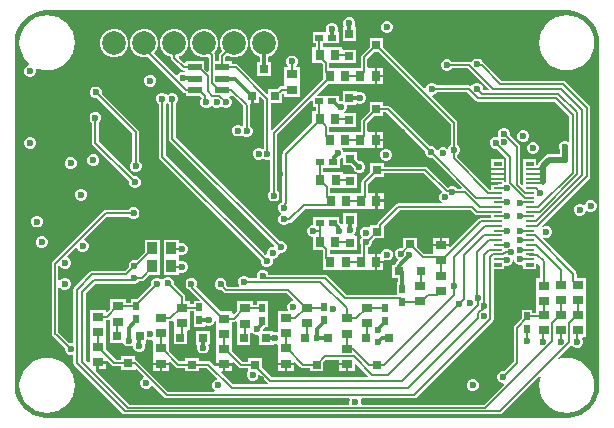
<source format=gbl>
G04*
G04 #@! TF.GenerationSoftware,Altium Limited,Altium Designer,24.6.1 (21)*
G04*
G04 Layer_Physical_Order=4*
G04 Layer_Color=16711680*
%FSLAX44Y44*%
%MOMM*%
G71*
G04*
G04 #@! TF.SameCoordinates,378F9F08-6654-43F8-BCBF-B2BEE8DC63DC*
G04*
G04*
G04 #@! TF.FilePolarity,Positive*
G04*
G01*
G75*
%ADD12C,0.2000*%
%ADD14C,0.1500*%
%ADD17R,0.9500X0.8000*%
%ADD22R,0.9000X1.0500*%
%ADD25R,0.5000X0.7000*%
%ADD26R,0.8000X0.9500*%
%ADD52C,0.5000*%
%ADD53C,0.3000*%
%ADD54C,2.0000*%
%ADD55C,0.6000*%
%ADD56R,1.2000X0.6000*%
%ADD57R,0.7620X0.7620*%
%ADD58R,0.7000X0.5000*%
%ADD59R,0.6600X0.3200*%
%ADD60R,0.6600X0.2000*%
%ADD61R,0.7620X0.7620*%
G36*
X470000Y347451D02*
X471799D01*
X475367Y346981D01*
X478843Y346050D01*
X482167Y344673D01*
X485284Y342874D01*
X488139Y340683D01*
X490683Y338139D01*
X492874Y335284D01*
X494673Y332168D01*
X496050Y328843D01*
X496982Y325367D01*
X497451Y321799D01*
X497451Y320000D01*
X497451Y30000D01*
Y28201D01*
X496981Y24633D01*
X496050Y21157D01*
X494673Y17833D01*
X492874Y14716D01*
X490683Y11861D01*
X488139Y9317D01*
X485284Y7126D01*
X482168Y5327D01*
X478843Y3950D01*
X475367Y3019D01*
X471799Y2549D01*
X470000Y2549D01*
X30000Y2549D01*
X28201D01*
X24633Y3018D01*
X21157Y3950D01*
X17833Y5327D01*
X14716Y7126D01*
X11861Y9317D01*
X9317Y11861D01*
X7126Y14716D01*
X5327Y17832D01*
X3950Y21157D01*
X3019Y24633D01*
X2549Y28201D01*
X2549Y30000D01*
Y320000D01*
Y321799D01*
X3018Y325367D01*
X3950Y328843D01*
X5327Y332167D01*
X7126Y335284D01*
X9317Y338139D01*
X11861Y340683D01*
X14716Y342874D01*
X17832Y344673D01*
X21157Y346050D01*
X24633Y346981D01*
X28201Y347451D01*
X30000Y347451D01*
X470000Y347451D01*
D02*
G37*
%LPC*%
G36*
X318745Y338250D02*
X316755D01*
X314918Y337489D01*
X313511Y336082D01*
X312750Y334245D01*
Y332255D01*
X313511Y330418D01*
X314918Y329011D01*
X316755Y328250D01*
X318745D01*
X320582Y329011D01*
X321989Y330418D01*
X322750Y332255D01*
Y334245D01*
X321989Y336082D01*
X320582Y337489D01*
X318745Y338250D01*
D02*
G37*
G36*
X286995Y341500D02*
X285005D01*
X283168Y340739D01*
X281761Y339332D01*
X281000Y337495D01*
Y335505D01*
X281371Y334610D01*
X280536Y333360D01*
X280190D01*
Y321740D01*
X291810D01*
Y333360D01*
X291464D01*
X290629Y334610D01*
X291000Y335505D01*
Y337495D01*
X290239Y339332D01*
X288832Y340739D01*
X286995Y341500D01*
D02*
G37*
G36*
X272245Y337000D02*
X270255D01*
X268418Y336239D01*
X267011Y334832D01*
X266250Y332995D01*
Y331005D01*
X266563Y330250D01*
X265728Y329000D01*
X255000D01*
Y320000D01*
X257696D01*
Y316250D01*
X254750D01*
Y302750D01*
X262785D01*
X263446Y302089D01*
Y295250D01*
X263500Y294979D01*
Y289215D01*
X220553Y246268D01*
X219303Y246786D01*
Y268940D01*
X228810D01*
Y276234D01*
X229750Y277174D01*
X231000Y276797D01*
Y274500D01*
X244500D01*
Y286250D01*
X244500Y286500D01*
Y287500D01*
X244500Y287750D01*
Y299500D01*
X241589D01*
X241071Y300750D01*
X241739Y301418D01*
X242500Y303255D01*
Y305245D01*
X241739Y307082D01*
X240332Y308489D01*
X238495Y309250D01*
X236505D01*
X234668Y308489D01*
X233261Y307082D01*
X232500Y305245D01*
Y303255D01*
X233261Y301418D01*
X233929Y300750D01*
X233411Y299500D01*
X231000D01*
Y287750D01*
X231000Y287500D01*
Y286500D01*
X231000Y286250D01*
Y283559D01*
X228750D01*
X228750Y283559D01*
X227579Y283326D01*
X226587Y282663D01*
X224484Y280560D01*
X217190D01*
Y277598D01*
X216035Y277120D01*
X191922Y301233D01*
X191012Y301840D01*
X189939Y302054D01*
X186250D01*
Y304250D01*
X181054D01*
Y308125D01*
X182310Y309381D01*
X183718Y308568D01*
X186770Y307750D01*
X189930D01*
X192982Y308568D01*
X195718Y310148D01*
X197952Y312382D01*
X199532Y315118D01*
X200350Y318170D01*
Y321330D01*
X199532Y324382D01*
X197952Y327118D01*
X195718Y329352D01*
X192982Y330932D01*
X189930Y331750D01*
X186770D01*
X183718Y330932D01*
X180982Y329352D01*
X178748Y327118D01*
X177168Y324382D01*
X176350Y321330D01*
Y318170D01*
X177168Y315118D01*
X178247Y313249D01*
X176267Y311269D01*
X175660Y310359D01*
X175446Y309286D01*
Y304250D01*
X172510D01*
Y309713D01*
X172297Y310786D01*
X171760Y311589D01*
X172552Y312382D01*
X174132Y315118D01*
X174950Y318170D01*
Y321330D01*
X174132Y324382D01*
X172552Y327118D01*
X170318Y329352D01*
X167582Y330932D01*
X164530Y331750D01*
X161370D01*
X158318Y330932D01*
X155582Y329352D01*
X153348Y327118D01*
X151768Y324382D01*
X150950Y321330D01*
Y318170D01*
X151768Y315118D01*
X153348Y312382D01*
X155582Y310148D01*
X158318Y308568D01*
X161370Y307750D01*
X164530D01*
X165911Y308120D01*
X166903Y307359D01*
Y296196D01*
X165748Y295718D01*
X163250Y298215D01*
Y304250D01*
X147250D01*
Y303483D01*
X146000Y302965D01*
X141658Y307307D01*
X141982Y308514D01*
X142182Y308568D01*
X144918Y310148D01*
X147152Y312382D01*
X148732Y315118D01*
X149550Y318170D01*
Y321330D01*
X148732Y324382D01*
X147152Y327118D01*
X144918Y329352D01*
X142182Y330932D01*
X139130Y331750D01*
X135970D01*
X132918Y330932D01*
X130182Y329352D01*
X127948Y327118D01*
X126368Y324382D01*
X125550Y321330D01*
Y318170D01*
X126368Y315118D01*
X127948Y312382D01*
X130182Y310148D01*
X132918Y308568D01*
X134746Y308078D01*
Y307450D01*
X134960Y306377D01*
X135567Y305467D01*
X143767Y297267D01*
X144677Y296660D01*
X145750Y296446D01*
X146414D01*
X146543Y296022D01*
X146174Y295550D01*
X145546Y295000D01*
X143756D01*
X141918Y294239D01*
X140511Y292832D01*
X140444Y292670D01*
X139218Y292426D01*
X120507Y311137D01*
X121752Y312382D01*
X123332Y315118D01*
X124150Y318170D01*
Y321330D01*
X123332Y324382D01*
X121752Y327118D01*
X119518Y329352D01*
X116782Y330932D01*
X113730Y331750D01*
X110570D01*
X107518Y330932D01*
X104782Y329352D01*
X102548Y327118D01*
X100968Y324382D01*
X100150Y321330D01*
Y318170D01*
X100968Y315118D01*
X102548Y312382D01*
X104782Y310148D01*
X107518Y308568D01*
X110570Y307750D01*
X113730D01*
X115492Y308222D01*
X145446Y278267D01*
X146356Y277660D01*
X147250Y277482D01*
Y275250D01*
X159285D01*
X161085Y273450D01*
Y273156D01*
X160511Y272582D01*
X159750Y270745D01*
Y268755D01*
X160511Y266918D01*
X161918Y265511D01*
X163755Y264750D01*
X165745D01*
X167582Y265511D01*
X168683Y266612D01*
X168996Y266916D01*
X170245Y266684D01*
X170918Y266011D01*
X172755Y265250D01*
X174745D01*
X176582Y266011D01*
X177375Y266804D01*
X178668Y265511D01*
X180505Y264750D01*
X182495D01*
X184332Y265511D01*
X185739Y266918D01*
X186500Y268755D01*
Y270745D01*
X185739Y272582D01*
X184332Y273989D01*
X184305Y274000D01*
X184554Y275250D01*
X186250D01*
Y275250D01*
X187070Y275590D01*
X196192Y266468D01*
Y250147D01*
X195028Y249543D01*
X194582Y249989D01*
X192745Y250750D01*
X190755D01*
X188918Y249989D01*
X187511Y248582D01*
X186750Y246745D01*
Y244755D01*
X187511Y242918D01*
X188918Y241511D01*
X190755Y240750D01*
X192745D01*
X194582Y241511D01*
X195248Y242177D01*
X196163Y241261D01*
X198001Y240500D01*
X199990D01*
X201828Y241261D01*
X203235Y242668D01*
X203996Y244505D01*
Y246495D01*
X203235Y248332D01*
X201828Y249739D01*
X201800Y249751D01*
Y267629D01*
X201787Y267690D01*
X202813Y268940D01*
X202950D01*
Y274750D01*
X204950D01*
Y268940D01*
X209760D01*
Y273831D01*
X210915Y274309D01*
X213695Y271529D01*
Y230644D01*
X212621Y229950D01*
X212082Y230489D01*
X210245Y231250D01*
X208255D01*
X206418Y230489D01*
X205011Y229082D01*
X204250Y227245D01*
Y225255D01*
X205011Y223418D01*
X206418Y222011D01*
X208255Y221250D01*
X210245D01*
X212082Y222011D01*
X212812Y222741D01*
X213667Y221886D01*
X215504Y221125D01*
X217493D01*
X217907Y221296D01*
X218946Y220602D01*
Y195001D01*
X218918Y194989D01*
X217511Y193582D01*
X216750Y191745D01*
Y189755D01*
X217511Y187918D01*
X218918Y186511D01*
X220755Y185750D01*
X222745D01*
X224582Y186511D01*
X225989Y187918D01*
X226750Y189755D01*
Y191745D01*
X225989Y193582D01*
X224582Y194989D01*
X224554Y195001D01*
Y242339D01*
X253845Y271630D01*
X255000Y271152D01*
Y266000D01*
X257696D01*
Y262250D01*
X254750D01*
Y252715D01*
X230017Y227983D01*
X229410Y227073D01*
X229196Y226000D01*
Y185578D01*
X229006Y185293D01*
X227668Y184739D01*
X226261Y183332D01*
X225500Y181495D01*
Y179505D01*
X226261Y177668D01*
X227668Y176261D01*
X227872Y176176D01*
Y174823D01*
X227668Y174739D01*
X226261Y173332D01*
X225500Y171495D01*
Y169505D01*
X226261Y167668D01*
X227668Y166261D01*
X229505Y165500D01*
X231495D01*
X233332Y166261D01*
X234739Y167668D01*
X234751Y167696D01*
X235250D01*
X236323Y167910D01*
X237233Y168517D01*
X248386Y179671D01*
X266890D01*
X267161Y179725D01*
X276140D01*
Y179725D01*
X277140D01*
Y179725D01*
X289140D01*
Y179725D01*
X289890D01*
Y179725D01*
X301640D01*
X301890Y179725D01*
X302890D01*
X303140Y179725D01*
X307890D01*
Y186475D01*
Y193225D01*
X303140D01*
X302890Y193225D01*
X301694Y193355D01*
Y200729D01*
X307655Y206690D01*
X315310D01*
Y209696D01*
X348839D01*
X364522Y194013D01*
X364418Y193489D01*
X363011Y192082D01*
X362250Y190245D01*
Y188255D01*
X363011Y186418D01*
X364125Y185304D01*
X363711Y184054D01*
X327500D01*
X326427Y183840D01*
X325517Y183233D01*
X310187Y167903D01*
X309580Y166993D01*
X309399Y166085D01*
X303300D01*
Y164404D01*
X302050Y163709D01*
X300745Y164250D01*
X298755D01*
X296918Y163489D01*
X295511Y162082D01*
X294750Y160245D01*
Y158255D01*
X295511Y156418D01*
X296429Y155500D01*
X295516Y154587D01*
X294755Y152749D01*
Y150760D01*
X295516Y148922D01*
X295946Y148492D01*
Y141000D01*
X289500D01*
Y141000D01*
X288750D01*
Y141000D01*
X277000D01*
X276750Y141000D01*
X275750D01*
X275500Y141000D01*
X269304D01*
Y145000D01*
X280000D01*
Y145000D01*
X280440Y144940D01*
Y144940D01*
X281225Y144940D01*
X292060D01*
Y156560D01*
X290399D01*
X289881Y157810D01*
X290739Y158668D01*
X291500Y160505D01*
Y162495D01*
X291311Y162951D01*
X292006Y163990D01*
X292060D01*
Y175610D01*
X280440D01*
Y166616D01*
X279190Y166237D01*
X278949Y166597D01*
X277250Y168297D01*
Y172250D01*
X255250D01*
Y165750D01*
X254505D01*
X252668Y164989D01*
X251261Y163582D01*
X250500Y161745D01*
Y159755D01*
X251261Y157918D01*
X252668Y156511D01*
X254505Y155750D01*
X255000D01*
Y145000D01*
X263035D01*
X263696Y144339D01*
Y137500D01*
X263750Y137229D01*
Y127500D01*
X275500D01*
X275750Y127500D01*
X276750D01*
X277000Y127500D01*
X288750D01*
Y127500D01*
X289500D01*
Y127500D01*
X301250D01*
X301500Y127500D01*
X302500D01*
X302750Y127500D01*
X307500D01*
Y134250D01*
Y141000D01*
X302804D01*
X302500Y141000D01*
X301554Y141734D01*
Y147088D01*
X302587Y147516D01*
X303993Y148922D01*
X304755Y150760D01*
Y151954D01*
X307265Y154465D01*
X314920D01*
Y163064D01*
X314974Y163335D01*
Y164759D01*
X328661Y178446D01*
X388914D01*
X392342Y175017D01*
X393252Y174410D01*
X394325Y174196D01*
X406150D01*
Y171804D01*
X397415D01*
X396342Y171590D01*
X395432Y170983D01*
X371320Y146870D01*
X370165Y147348D01*
Y147750D01*
X356665D01*
Y142750D01*
X356665Y142750D01*
X356535Y141554D01*
X349161D01*
X343200Y147515D01*
Y155170D01*
X331580D01*
Y147515D01*
X330460Y146395D01*
X328596D01*
X326759Y145634D01*
X325352Y144228D01*
X324591Y142390D01*
Y140401D01*
X325352Y138563D01*
X326759Y137157D01*
X327028Y137045D01*
X327272Y135819D01*
X325342Y133888D01*
X324568Y132731D01*
X324484Y132310D01*
X322055D01*
Y120690D01*
X327346D01*
Y117500D01*
X326415D01*
Y106554D01*
X283411D01*
X267483Y122483D01*
X266573Y123090D01*
X265500Y123304D01*
X217500D01*
Y123745D01*
X216739Y125582D01*
X215332Y126989D01*
X213495Y127750D01*
X211505D01*
X209668Y126989D01*
X208261Y125582D01*
X207500Y123745D01*
Y121756D01*
X207567Y121593D01*
X206873Y120554D01*
X201001D01*
X200989Y120582D01*
X199582Y121989D01*
X197745Y122750D01*
X195755D01*
X193918Y121989D01*
X192511Y120582D01*
X191750Y118745D01*
Y116755D01*
X192511Y114918D01*
X192720Y114709D01*
X192242Y113554D01*
X182889D01*
X181879Y114563D01*
X181891Y114592D01*
Y116581D01*
X181130Y118419D01*
X179723Y119825D01*
X177886Y120586D01*
X175896D01*
X174059Y119825D01*
X172652Y118419D01*
X171891Y116581D01*
Y114592D01*
X172652Y112754D01*
X174059Y111348D01*
X175896Y110586D01*
X177886D01*
X177914Y110598D01*
X179745Y108767D01*
X180654Y108160D01*
X181727Y107946D01*
X232789D01*
X238330Y102405D01*
X237852Y101250D01*
X237505D01*
X235668Y100489D01*
X234261Y99082D01*
X233500Y97245D01*
Y95255D01*
X233916Y94250D01*
X233081Y93000D01*
X225450D01*
Y81000D01*
X225450D01*
Y80000D01*
X225450D01*
Y75605D01*
X224411Y74910D01*
X224195Y75000D01*
X222206D01*
X221278Y75620D01*
Y75890D01*
X213161D01*
X212750Y76505D01*
Y77453D01*
X213942Y78645D01*
X214232Y79080D01*
X216918D01*
Y90080D01*
Y101080D01*
X207918D01*
Y98134D01*
X204168D01*
Y101330D01*
X190668D01*
Y93295D01*
X187918Y90545D01*
X186668Y91063D01*
Y92580D01*
X177134D01*
X156392Y113321D01*
X156489Y113418D01*
X157250Y115255D01*
Y117245D01*
X156489Y119082D01*
X155082Y120489D01*
X153244Y121250D01*
X151255D01*
X149418Y120489D01*
X148011Y119082D01*
X147250Y117245D01*
Y115255D01*
X148011Y113418D01*
X149418Y112011D01*
X150530Y111551D01*
X151128Y110655D01*
X159128Y102655D01*
X158650Y101500D01*
X154409D01*
Y98554D01*
X150659D01*
Y101750D01*
X146713D01*
Y105091D01*
X146500Y106164D01*
X145892Y107073D01*
X137238Y115727D01*
X137250Y115755D01*
Y117745D01*
X136489Y119582D01*
X135082Y120989D01*
X133245Y121750D01*
X131255D01*
X129418Y120989D01*
X128317Y119888D01*
X128004Y119584D01*
X126755Y119816D01*
X126082Y120489D01*
X124245Y121250D01*
X122255D01*
X120418Y120489D01*
X119011Y119082D01*
X118250Y117245D01*
Y115255D01*
X118262Y115227D01*
X105785Y102750D01*
X100750D01*
Y99804D01*
X97000D01*
Y103000D01*
X83500D01*
Y94965D01*
X80750Y92215D01*
X79500Y92733D01*
Y94250D01*
X66000D01*
Y82250D01*
X66000D01*
Y81250D01*
X66000D01*
Y69250D01*
X66000D01*
Y68500D01*
X66000D01*
Y56750D01*
X66000Y56500D01*
X66000D01*
Y55500D01*
X66000D01*
Y49527D01*
X64845Y49049D01*
X62804Y51090D01*
Y107949D01*
X71051Y116196D01*
X102000D01*
X102191Y116234D01*
X102755Y116000D01*
X104745D01*
X106582Y116761D01*
X107989Y118168D01*
X108001Y118196D01*
X110250D01*
X111323Y118410D01*
X112233Y119017D01*
X116715Y123500D01*
X125750D01*
Y138000D01*
X125750Y138000D01*
Y139000D01*
X125750D01*
X125750Y139250D01*
Y153500D01*
X112750D01*
Y142965D01*
X105377Y135592D01*
X104995Y135750D01*
X103005D01*
X101168Y134989D01*
X99761Y133582D01*
X99000Y131745D01*
Y129755D01*
X99012Y129727D01*
X96089Y126804D01*
X68000D01*
X66927Y126590D01*
X66017Y125983D01*
X53017Y112983D01*
X52410Y112073D01*
X52196Y111000D01*
Y66627D01*
X51157Y65933D01*
X50995Y66000D01*
X49005D01*
X48623Y65842D01*
X40233Y74233D01*
X39554Y74686D01*
Y112816D01*
X40577Y113114D01*
X40804Y113125D01*
X42168Y111761D01*
X44005Y111000D01*
X45995D01*
X47832Y111761D01*
X49239Y113168D01*
X50000Y115005D01*
Y116995D01*
X49239Y118832D01*
X47832Y120239D01*
X45995Y121000D01*
X44005D01*
X42168Y120239D01*
X40804Y118875D01*
X40577Y118886D01*
X39554Y119184D01*
Y130704D01*
X39823Y130873D01*
X41261Y130668D01*
X42668Y129261D01*
X44505Y128500D01*
X46495D01*
X48332Y129261D01*
X49739Y130668D01*
X50500Y132505D01*
Y134495D01*
X49739Y136332D01*
X48332Y137739D01*
X47547Y138064D01*
X47254Y139538D01*
X54095Y146380D01*
X55539Y146056D01*
X56011Y144918D01*
X57418Y143511D01*
X59255Y142750D01*
X61245D01*
X63082Y143511D01*
X64489Y144918D01*
X65250Y146755D01*
Y148745D01*
X64489Y150582D01*
X63082Y151989D01*
X61943Y152460D01*
X61620Y153905D01*
X80661Y172946D01*
X98999D01*
X99011Y172918D01*
X100418Y171511D01*
X102255Y170750D01*
X104245D01*
X106082Y171511D01*
X107489Y172918D01*
X108250Y174755D01*
Y176745D01*
X107489Y178582D01*
X106082Y179989D01*
X104245Y180750D01*
X102255D01*
X100418Y179989D01*
X99011Y178582D01*
X98999Y178554D01*
X79500D01*
X78427Y178340D01*
X77517Y177733D01*
X34767Y134983D01*
X34160Y134073D01*
X33946Y133000D01*
Y73507D01*
X34160Y72434D01*
X34767Y71525D01*
X36025Y70267D01*
X36756Y69779D01*
X45000Y61535D01*
Y60005D01*
X45761Y58168D01*
X47168Y56761D01*
X49005Y56000D01*
X50995D01*
X51157Y56067D01*
X52196Y55373D01*
Y49000D01*
X52410Y47927D01*
X53017Y47017D01*
X93767Y6267D01*
X94677Y5660D01*
X95750Y5446D01*
X413321D01*
X414394Y5660D01*
X415304Y6267D01*
X446702Y37666D01*
X447807Y37003D01*
X447067Y34562D01*
X446617Y30000D01*
X447067Y25438D01*
X448397Y21052D01*
X450558Y17009D01*
X453466Y13466D01*
X457009Y10558D01*
X461052Y8397D01*
X465438Y7067D01*
X470000Y6617D01*
X474562Y7067D01*
X478948Y8397D01*
X482991Y10558D01*
X486534Y13466D01*
X489442Y17009D01*
X491603Y21052D01*
X492933Y25438D01*
X493383Y30000D01*
X492933Y34562D01*
X491603Y38948D01*
X489442Y42991D01*
X486534Y46534D01*
X482991Y49442D01*
X478948Y51603D01*
X474562Y52933D01*
X470000Y53383D01*
X465438Y52933D01*
X462997Y52193D01*
X462334Y53298D01*
X473348Y64312D01*
X474687Y64175D01*
X474834Y64095D01*
X476168Y62761D01*
X478005Y62000D01*
X479995D01*
X481832Y62761D01*
X483239Y64168D01*
X484000Y66005D01*
Y67995D01*
X483239Y69832D01*
X483226Y69845D01*
X483704Y71000D01*
X486250D01*
Y83000D01*
X486250Y83000D01*
Y84000D01*
X486250D01*
X486250Y84250D01*
Y94750D01*
X486250Y96000D01*
X486250D01*
Y96000D01*
X486250D01*
Y108000D01*
X486250D01*
Y109000D01*
X486250D01*
Y121000D01*
X478304D01*
Y124500D01*
X478090Y125573D01*
X477483Y126483D01*
X449126Y154839D01*
X449918Y155761D01*
X451755Y155000D01*
X453745D01*
X455582Y155761D01*
X456989Y157168D01*
X457750Y159005D01*
Y160995D01*
X456989Y162832D01*
X455582Y164239D01*
X453745Y165000D01*
X451755D01*
X449918Y164239D01*
X449126Y165161D01*
X488983Y205017D01*
X489590Y205927D01*
X489804Y207000D01*
Y265000D01*
X489590Y266073D01*
X488983Y266983D01*
X468983Y286983D01*
X468073Y287590D01*
X467000Y287804D01*
X414911D01*
X399844Y302872D01*
X398950Y303469D01*
X398489Y304582D01*
X397082Y305989D01*
X395245Y306750D01*
X393255D01*
X391418Y305989D01*
X390011Y304582D01*
X389841Y304171D01*
X388752Y303840D01*
X387679Y304054D01*
X373001D01*
X372989Y304082D01*
X371582Y305489D01*
X369745Y306250D01*
X367755D01*
X365918Y305489D01*
X364511Y304082D01*
X363750Y302245D01*
Y300255D01*
X364511Y298418D01*
X365918Y297011D01*
X367755Y296250D01*
X369745D01*
X371582Y297011D01*
X372989Y298418D01*
X373001Y298446D01*
X386517D01*
X404005Y280959D01*
X403527Y279804D01*
X400155D01*
X399000Y280256D01*
Y282245D01*
X398239Y284082D01*
X396832Y285489D01*
X394995Y286250D01*
X393005D01*
X391168Y285489D01*
X389761Y284082D01*
X389750Y284056D01*
X388242Y283680D01*
X388002Y283840D01*
X386929Y284054D01*
X360001D01*
X359989Y284082D01*
X358582Y285489D01*
X356745Y286250D01*
X354756D01*
X352918Y285489D01*
X351511Y284082D01*
X350750Y282245D01*
Y281868D01*
X349500Y281350D01*
X314670Y316180D01*
Y323835D01*
X303050D01*
Y316180D01*
X296517Y309648D01*
X295910Y308738D01*
X295696Y307665D01*
Y298750D01*
X289250D01*
Y298750D01*
X288500D01*
Y298750D01*
X276500D01*
Y298750D01*
X275500D01*
Y298750D01*
X269054D01*
Y302750D01*
X279750D01*
Y302750D01*
X280190Y302690D01*
Y302690D01*
X280975Y302690D01*
X291810D01*
Y314310D01*
X280190D01*
X279750Y315378D01*
Y316250D01*
X267750D01*
X267750Y316250D01*
X266750D01*
Y316250D01*
X266500Y316250D01*
X263304D01*
Y320000D01*
X277000D01*
Y329000D01*
X276772D01*
X275937Y330250D01*
X276250Y331005D01*
Y332995D01*
X275489Y334832D01*
X274082Y336239D01*
X272245Y337000D01*
D02*
G37*
G36*
X88330Y331750D02*
X85170D01*
X82118Y330932D01*
X79382Y329352D01*
X77148Y327118D01*
X75568Y324382D01*
X74750Y321330D01*
Y318170D01*
X75568Y315118D01*
X77148Y312382D01*
X79382Y310148D01*
X82118Y308568D01*
X85170Y307750D01*
X88330D01*
X91382Y308568D01*
X94118Y310148D01*
X96352Y312382D01*
X97932Y315118D01*
X98750Y318170D01*
Y321330D01*
X97932Y324382D01*
X96352Y327118D01*
X94118Y329352D01*
X91382Y330932D01*
X88330Y331750D01*
D02*
G37*
G36*
X470000Y343383D02*
X465438Y342933D01*
X461052Y341603D01*
X457009Y339442D01*
X453466Y336534D01*
X450558Y332991D01*
X448397Y328948D01*
X447067Y324562D01*
X446617Y320000D01*
X447067Y315438D01*
X448397Y311052D01*
X450558Y307009D01*
X453466Y303466D01*
X457009Y300558D01*
X461052Y298397D01*
X465438Y297067D01*
X470000Y296617D01*
X474562Y297067D01*
X478948Y298397D01*
X482991Y300558D01*
X486534Y303466D01*
X489442Y307009D01*
X491603Y311052D01*
X492933Y315438D01*
X493383Y320000D01*
X492933Y324562D01*
X491603Y328948D01*
X489442Y332991D01*
X486534Y336534D01*
X482991Y339442D01*
X478948Y341603D01*
X474562Y342933D01*
X470000Y343383D01*
D02*
G37*
G36*
X30000D02*
X25438Y342933D01*
X21052Y341603D01*
X17009Y339442D01*
X13466Y336534D01*
X10558Y332991D01*
X8397Y328948D01*
X7067Y324562D01*
X6617Y320000D01*
X7067Y315438D01*
X8397Y311052D01*
X10558Y307009D01*
X13466Y303466D01*
X15037Y302177D01*
X14616Y301000D01*
X14505D01*
X12668Y300239D01*
X11261Y298832D01*
X10500Y296995D01*
Y295005D01*
X11261Y293168D01*
X12668Y291761D01*
X14505Y291000D01*
X16495D01*
X18332Y291761D01*
X19739Y293168D01*
X20500Y295005D01*
Y296995D01*
X20351Y297355D01*
X20688Y297856D01*
X21304Y298321D01*
X25438Y297067D01*
X30000Y296617D01*
X34562Y297067D01*
X38948Y298397D01*
X42991Y300558D01*
X46534Y303466D01*
X49442Y307009D01*
X51603Y311052D01*
X52933Y315438D01*
X53383Y320000D01*
X52933Y324562D01*
X51603Y328948D01*
X49442Y332991D01*
X46534Y336534D01*
X42991Y339442D01*
X38948Y341603D01*
X34562Y342933D01*
X30000Y343383D01*
D02*
G37*
G36*
X215330Y331750D02*
X212170D01*
X209118Y330932D01*
X206382Y329352D01*
X204148Y327118D01*
X202568Y324382D01*
X201750Y321330D01*
Y318170D01*
X202568Y315118D01*
X204148Y312382D01*
X206382Y310148D01*
X209118Y308568D01*
X210044Y308320D01*
Y303420D01*
X207665D01*
Y291800D01*
X219285D01*
Y303420D01*
X217181D01*
Y308246D01*
X218382Y308568D01*
X221118Y310148D01*
X223352Y312382D01*
X224932Y315118D01*
X225750Y318170D01*
Y321330D01*
X224932Y324382D01*
X223352Y327118D01*
X221118Y329352D01*
X218382Y330932D01*
X215330Y331750D01*
D02*
G37*
G36*
X118495Y293000D02*
X116505D01*
X114668Y292239D01*
X113261Y290832D01*
X112500Y288995D01*
Y287005D01*
X113261Y285168D01*
X114668Y283761D01*
X116505Y283000D01*
X118495D01*
X120332Y283761D01*
X121739Y285168D01*
X122500Y287005D01*
Y288995D01*
X121739Y290832D01*
X120332Y292239D01*
X118495Y293000D01*
D02*
G37*
G36*
X16745Y240250D02*
X14755D01*
X12918Y239489D01*
X11511Y238082D01*
X10750Y236245D01*
Y234255D01*
X11511Y232418D01*
X12918Y231011D01*
X14755Y230250D01*
X16745D01*
X18582Y231011D01*
X19989Y232418D01*
X20750Y234255D01*
Y236245D01*
X19989Y238082D01*
X18582Y239489D01*
X16745Y240250D01*
D02*
G37*
G36*
X70245Y225500D02*
X68255D01*
X66418Y224739D01*
X65011Y223332D01*
X64250Y221495D01*
Y219505D01*
X65011Y217668D01*
X66418Y216261D01*
X68255Y215500D01*
X70245D01*
X72082Y216261D01*
X73489Y217668D01*
X74250Y219505D01*
Y221495D01*
X73489Y223332D01*
X72082Y224739D01*
X70245Y225500D01*
D02*
G37*
G36*
X50995Y223000D02*
X49005D01*
X47168Y222239D01*
X45761Y220832D01*
X45000Y218995D01*
Y217005D01*
X45761Y215168D01*
X47168Y213761D01*
X49005Y213000D01*
X50995D01*
X52832Y213761D01*
X54239Y215168D01*
X55000Y217005D01*
Y218995D01*
X54239Y220832D01*
X52832Y222239D01*
X50995Y223000D01*
D02*
G37*
G36*
X72245Y283000D02*
X70255D01*
X68418Y282239D01*
X67011Y280832D01*
X66250Y278995D01*
Y277005D01*
X67011Y275168D01*
X68418Y273761D01*
X70255Y273000D01*
X72245D01*
X72273Y273012D01*
X102278Y243006D01*
Y219739D01*
X102250Y219728D01*
X100843Y218321D01*
X100082Y216483D01*
Y214494D01*
X100843Y212656D01*
X102250Y211250D01*
X104088Y210489D01*
X106077D01*
X107915Y211250D01*
X109321Y212656D01*
X110082Y214494D01*
Y216483D01*
X109321Y218321D01*
X107915Y219728D01*
X107886Y219739D01*
Y244168D01*
X107673Y245241D01*
X107065Y246150D01*
X76238Y276977D01*
X76250Y277005D01*
Y278995D01*
X75489Y280832D01*
X74082Y282239D01*
X72245Y283000D01*
D02*
G37*
G36*
X71995Y261750D02*
X70005D01*
X68168Y260989D01*
X66761Y259582D01*
X66000Y257745D01*
Y255755D01*
X66761Y253918D01*
X68168Y252511D01*
X68196Y252499D01*
Y235429D01*
X68410Y234356D01*
X69017Y233446D01*
X99556Y202908D01*
X99544Y202879D01*
Y200890D01*
X100305Y199052D01*
X101712Y197646D01*
X103550Y196885D01*
X105539D01*
X107376Y197646D01*
X108783Y199052D01*
X109544Y200890D01*
Y202879D01*
X108783Y204717D01*
X107376Y206124D01*
X105539Y206885D01*
X103550D01*
X103521Y206873D01*
X73804Y236590D01*
Y252499D01*
X73832Y252511D01*
X75239Y253918D01*
X76000Y255755D01*
Y257745D01*
X75239Y259582D01*
X73832Y260989D01*
X71995Y261750D01*
D02*
G37*
G36*
X309890Y193225D02*
Y187475D01*
X314890D01*
Y193225D01*
X309890D01*
D02*
G37*
G36*
X59745Y196500D02*
X57755D01*
X55918Y195739D01*
X54511Y194332D01*
X53750Y192495D01*
Y190505D01*
X54511Y188668D01*
X55918Y187261D01*
X57755Y186500D01*
X59745D01*
X61582Y187261D01*
X62989Y188668D01*
X63750Y190505D01*
Y192495D01*
X62989Y194332D01*
X61582Y195739D01*
X59745Y196500D01*
D02*
G37*
G36*
X491245Y187000D02*
X489255D01*
X487418Y186239D01*
X486011Y184832D01*
X485351Y183238D01*
X484498Y182890D01*
X484000Y182821D01*
X483832Y182989D01*
X481995Y183750D01*
X480005D01*
X478168Y182989D01*
X476761Y181582D01*
X476000Y179745D01*
Y177755D01*
X476761Y175918D01*
X478168Y174511D01*
X480005Y173750D01*
X481995D01*
X483832Y174511D01*
X485239Y175918D01*
X485899Y177512D01*
X486752Y177860D01*
X487250Y177929D01*
X487418Y177761D01*
X489255Y177000D01*
X491245D01*
X493082Y177761D01*
X494489Y179168D01*
X495250Y181005D01*
Y182995D01*
X494489Y184832D01*
X493082Y186239D01*
X491245Y187000D01*
D02*
G37*
G36*
X314890Y185475D02*
X309890D01*
Y179725D01*
X314890D01*
Y185475D01*
D02*
G37*
G36*
X22745Y173750D02*
X20755D01*
X18918Y172989D01*
X17511Y171582D01*
X16750Y169745D01*
Y167755D01*
X17511Y165918D01*
X18918Y164511D01*
X20755Y163750D01*
X22745D01*
X24582Y164511D01*
X25989Y165918D01*
X26750Y167755D01*
Y169745D01*
X25989Y171582D01*
X24582Y172989D01*
X22745Y173750D01*
D02*
G37*
G36*
X370165Y154750D02*
X364415D01*
Y149750D01*
X370165D01*
Y154750D01*
D02*
G37*
G36*
X362415D02*
X356665D01*
Y149750D01*
X362415D01*
Y154750D01*
D02*
G37*
G36*
X26495Y156250D02*
X24505D01*
X22668Y155489D01*
X21261Y154082D01*
X20500Y152245D01*
Y150255D01*
X21261Y148418D01*
X22668Y147011D01*
X24505Y146250D01*
X26495D01*
X28332Y147011D01*
X29739Y148418D01*
X30500Y150255D01*
Y152245D01*
X29739Y154082D01*
X28332Y155489D01*
X26495Y156250D01*
D02*
G37*
G36*
X318495Y145750D02*
X316505D01*
X314668Y144989D01*
X313261Y143582D01*
X312500Y141745D01*
Y141000D01*
X309500D01*
Y135250D01*
X314533D01*
X315750Y136063D01*
X316505Y135750D01*
X318495D01*
X320332Y136511D01*
X321739Y137918D01*
X322500Y139755D01*
Y141745D01*
X321739Y143582D01*
X320332Y144989D01*
X318495Y145750D01*
D02*
G37*
G36*
X141750Y153500D02*
X128750D01*
Y139250D01*
X128750Y139000D01*
Y138000D01*
X128750Y137750D01*
Y123500D01*
X141750D01*
Y124895D01*
X142789Y125590D01*
X143005Y125500D01*
X144995D01*
X146832Y126261D01*
X148239Y127668D01*
X149000Y129505D01*
Y131495D01*
X148239Y133332D01*
X146832Y134739D01*
X144995Y135500D01*
X143005D01*
X142789Y135410D01*
X141750Y136105D01*
Y137750D01*
X141750Y138000D01*
Y139000D01*
X141750Y139250D01*
Y139999D01*
X142789Y140693D01*
X143255Y140500D01*
X145245D01*
X147082Y141261D01*
X148489Y142668D01*
X149250Y144505D01*
Y146495D01*
X148489Y148332D01*
X147082Y149739D01*
X145245Y150500D01*
X143255D01*
X142789Y150307D01*
X141750Y151001D01*
Y153500D01*
D02*
G37*
G36*
X128495Y277750D02*
X126505D01*
X124668Y276989D01*
X123261Y275582D01*
X122500Y273745D01*
Y271755D01*
X123261Y269918D01*
X124668Y268511D01*
X124696Y268499D01*
Y223500D01*
X124910Y222427D01*
X125517Y221517D01*
X211012Y136023D01*
X211000Y135995D01*
Y134005D01*
X211761Y132168D01*
X213168Y130761D01*
X215005Y130000D01*
X216995D01*
X218832Y130761D01*
X220239Y132168D01*
X221000Y134005D01*
Y135995D01*
X221672Y137000D01*
X221995D01*
X223832Y137761D01*
X225239Y139168D01*
X226000Y141005D01*
Y141328D01*
X227006Y142000D01*
X228995D01*
X230832Y142761D01*
X232239Y144168D01*
X233000Y146005D01*
Y147995D01*
X232239Y149832D01*
X230832Y151239D01*
X228995Y152000D01*
X227005D01*
X226977Y151988D01*
X138804Y240161D01*
Y268249D01*
X138832Y268261D01*
X140239Y269668D01*
X141000Y271505D01*
Y273495D01*
X140239Y275332D01*
X138832Y276739D01*
X136995Y277500D01*
X135005D01*
X133168Y276739D01*
X132703Y276274D01*
X130991Y276330D01*
X130332Y276989D01*
X128495Y277750D01*
D02*
G37*
G36*
X314500Y133250D02*
X309500D01*
Y127500D01*
X314500D01*
Y133250D01*
D02*
G37*
G36*
X30000Y53383D02*
X25438Y52933D01*
X21052Y51603D01*
X17009Y49442D01*
X13466Y46534D01*
X10558Y42991D01*
X8397Y38948D01*
X7067Y34562D01*
X6617Y30000D01*
X7067Y25438D01*
X8397Y21052D01*
X10558Y17009D01*
X13466Y13466D01*
X17009Y10558D01*
X21052Y8397D01*
X25438Y7067D01*
X30000Y6617D01*
X34562Y7067D01*
X38948Y8397D01*
X42991Y10558D01*
X46534Y13466D01*
X49442Y17009D01*
X51603Y21052D01*
X52933Y25438D01*
X53383Y30000D01*
X52933Y34562D01*
X51603Y38948D01*
X49442Y42991D01*
X46534Y46534D01*
X42991Y49442D01*
X38948Y51603D01*
X34562Y52933D01*
X30000Y53383D01*
D02*
G37*
%LPD*%
G36*
X371696Y251224D02*
Y233751D01*
X371668Y233739D01*
X370261Y232332D01*
X369674Y230915D01*
X368531Y230537D01*
X368272Y230549D01*
X368082Y230739D01*
X366245Y231500D01*
X364255D01*
X362418Y230739D01*
X361011Y229332D01*
X361009Y229326D01*
X359656D01*
X359239Y230332D01*
X357832Y231739D01*
X355995Y232500D01*
X354005D01*
X353977Y232488D01*
X320458Y266008D01*
X319548Y266615D01*
X318475Y266829D01*
X314670D01*
Y269835D01*
X303050D01*
Y262180D01*
X296517Y255648D01*
X295910Y254738D01*
X295696Y253665D01*
Y244750D01*
X289250D01*
Y244750D01*
X288500D01*
Y244750D01*
X276500D01*
Y244750D01*
X275500D01*
Y244750D01*
X269054D01*
Y248750D01*
X279750D01*
Y248750D01*
X280190Y248690D01*
Y248690D01*
X280975Y248690D01*
X291810D01*
Y260310D01*
X281845D01*
X281597Y261560D01*
X282082Y261761D01*
X283489Y263168D01*
X284250Y265005D01*
Y266994D01*
X284748Y267740D01*
X291810D01*
Y268056D01*
X293060Y268892D01*
X294005Y268500D01*
X295995D01*
X297832Y269261D01*
X299239Y270668D01*
X300000Y272505D01*
Y274495D01*
X299239Y276332D01*
X297832Y277739D01*
X295995Y278500D01*
X294005D01*
X293060Y278108D01*
X291810Y278944D01*
Y279360D01*
X280190D01*
Y271000D01*
X278255D01*
X278225Y270988D01*
X277000Y271833D01*
Y275000D01*
X258848D01*
X258370Y276155D01*
X267465Y285250D01*
X275500D01*
Y285250D01*
X276500D01*
Y285250D01*
X288500D01*
Y285250D01*
X289250D01*
Y285250D01*
X301000D01*
X301250Y285250D01*
X302250D01*
X302500Y285250D01*
X307250D01*
Y292000D01*
Y298750D01*
X302554D01*
X302250Y298750D01*
X301304Y299484D01*
Y306504D01*
X307015Y312215D01*
X310705D01*
X371696Y251224D01*
D02*
G37*
G36*
X393196Y271017D02*
X394106Y270410D01*
X395179Y270196D01*
X459839D01*
X472196Y257839D01*
Y237008D01*
X470946Y236399D01*
X469495Y237000D01*
X467505D01*
X465668Y236239D01*
X464261Y234832D01*
X463500Y232995D01*
Y231005D01*
X463912Y230011D01*
Y225838D01*
X455000D01*
X453244Y225489D01*
X451756Y224494D01*
X446256Y218994D01*
X445261Y217506D01*
X445100Y216696D01*
X443850Y216819D01*
Y221350D01*
X433250D01*
Y210000D01*
Y200280D01*
X432168Y199594D01*
X430804Y200958D01*
Y232000D01*
X430590Y233073D01*
X429983Y233983D01*
X421988Y241977D01*
X422000Y242005D01*
Y243995D01*
X421239Y245832D01*
X419832Y247239D01*
X417995Y248000D01*
X416005D01*
X414168Y247239D01*
X412761Y245832D01*
X412000Y243995D01*
Y242005D01*
X412336Y241194D01*
X411380Y240237D01*
X410745Y240500D01*
X408755D01*
X406918Y239739D01*
X405511Y238332D01*
X404750Y236495D01*
Y234505D01*
X405511Y232668D01*
X406918Y231261D01*
X408755Y230500D01*
X410745D01*
X410773Y230512D01*
X418946Y222339D01*
Y202453D01*
X417723Y202061D01*
X416750Y202764D01*
Y204000D01*
X411450D01*
X406150D01*
Y202000D01*
X411450D01*
Y200000D01*
X406150D01*
Y195804D01*
X404834D01*
X377304Y223335D01*
Y225249D01*
X377332Y225261D01*
X378739Y226668D01*
X379500Y228505D01*
Y230495D01*
X378739Y232332D01*
X377332Y233739D01*
X377304Y233751D01*
Y252385D01*
X377090Y253458D01*
X376483Y254368D01*
X355850Y275000D01*
X356368Y276250D01*
X356745D01*
X358582Y277011D01*
X359989Y278418D01*
X360001Y278446D01*
X385768D01*
X393196Y271017D01*
D02*
G37*
G36*
X350012Y228523D02*
X350000Y228495D01*
Y226505D01*
X350761Y224668D01*
X352168Y223261D01*
X354005Y222500D01*
X355995D01*
X356023Y222512D01*
X380940Y197595D01*
X380462Y196440D01*
X377273D01*
X377262Y196468D01*
X375855Y197875D01*
X374017Y198636D01*
X372028D01*
X370190Y197875D01*
X369390Y197075D01*
X351983Y214483D01*
X351073Y215090D01*
X350000Y215304D01*
X315310D01*
Y218310D01*
X303690D01*
Y210655D01*
X296907Y203873D01*
X296300Y202963D01*
X296086Y201890D01*
Y193225D01*
X289890D01*
Y193225D01*
X289140D01*
Y193225D01*
X277140D01*
Y193225D01*
X276140D01*
Y193225D01*
X269694D01*
Y197225D01*
X280390D01*
Y197225D01*
X280830Y197165D01*
Y197165D01*
X281615Y197165D01*
X292450D01*
Y208785D01*
X280830D01*
X280390Y209853D01*
Y210725D01*
X268390D01*
X268390Y210725D01*
X267390D01*
Y210725D01*
X267140Y210725D01*
X263944D01*
Y214475D01*
X277640D01*
Y221767D01*
X278832Y222261D01*
X279580Y223009D01*
X280830Y222491D01*
Y216215D01*
X287403D01*
X289500Y214118D01*
Y213755D01*
X290261Y211918D01*
X291668Y210511D01*
X293505Y209750D01*
X295495D01*
X297332Y210511D01*
X298739Y211918D01*
X299500Y213755D01*
Y215745D01*
X298739Y217582D01*
X297332Y218989D01*
X295495Y219750D01*
X293962D01*
X292450Y221262D01*
Y227835D01*
X280859D01*
X280239Y229332D01*
X279571Y230000D01*
X280089Y231250D01*
X288500D01*
Y231250D01*
X289250D01*
Y231250D01*
X301000D01*
X301250Y231250D01*
X302250D01*
X302500Y231250D01*
X307250D01*
Y238000D01*
Y244750D01*
X302554D01*
X302250Y244750D01*
X301304Y245484D01*
Y252504D01*
X307015Y258215D01*
X314670D01*
Y261221D01*
X317314D01*
X350012Y228523D01*
D02*
G37*
G36*
X425335Y135960D02*
X425536Y135669D01*
X426261Y133918D01*
X427668Y132511D01*
X429505Y131750D01*
X431495D01*
X432211Y132047D01*
X433250Y131352D01*
Y128650D01*
X443850D01*
Y133095D01*
X445100Y133613D01*
X447696Y131017D01*
Y120500D01*
X443750D01*
Y108500D01*
X443750D01*
Y107500D01*
X443750D01*
Y96750D01*
X443750Y95500D01*
X443750D01*
Y95500D01*
X443750D01*
Y91304D01*
X441000D01*
Y94000D01*
X432000D01*
Y86965D01*
X426017Y80983D01*
X425410Y80073D01*
X425196Y79000D01*
Y50161D01*
X417023Y41988D01*
X416995Y42000D01*
X415005D01*
X413168Y41239D01*
X411761Y39832D01*
X411000Y37995D01*
Y36005D01*
X411761Y34168D01*
X413168Y32761D01*
X415005Y32000D01*
X416338D01*
X416856Y30750D01*
X399910Y13804D01*
X296627D01*
X295933Y14843D01*
X296000Y15005D01*
Y16995D01*
X295606Y17946D01*
X296441Y19196D01*
X341000D01*
X342073Y19410D01*
X342983Y20017D01*
X407233Y84267D01*
X407840Y85177D01*
X408054Y86250D01*
Y128650D01*
X416750D01*
Y130999D01*
X417789Y131693D01*
X418255Y131500D01*
X420245D01*
X422082Y132261D01*
X423489Y133668D01*
X424250Y135505D01*
Y136419D01*
X424435Y136512D01*
X425335Y135960D01*
D02*
G37*
G36*
X154409Y79500D02*
X163409D01*
Y80325D01*
X163497Y80434D01*
X164659Y81058D01*
X166005Y80500D01*
X167995D01*
X169832Y81261D01*
X171239Y82668D01*
X172000Y84505D01*
X173168Y84309D01*
Y80580D01*
X173168D01*
Y79580D01*
X173168D01*
Y67580D01*
X173168D01*
Y66830D01*
X173168D01*
Y55080D01*
X173168Y54830D01*
X173168D01*
Y53830D01*
X173168D01*
Y48830D01*
X179918D01*
X186668D01*
Y49232D01*
X187823Y49710D01*
X192296Y45237D01*
X193205Y44630D01*
X194278Y44416D01*
X200133D01*
Y42204D01*
X199761Y41832D01*
X199000Y39995D01*
Y38005D01*
X199761Y36168D01*
X201168Y34761D01*
X203005Y34000D01*
X204995D01*
X206832Y34761D01*
X208239Y36168D01*
X209000Y38005D01*
Y38430D01*
X210250Y38948D01*
X217144Y32054D01*
X217138Y31897D01*
X216747Y30804D01*
X187411D01*
X177540Y40675D01*
X178018Y41830D01*
X178918D01*
Y46830D01*
X173168D01*
Y46680D01*
X172014Y46202D01*
X168593Y49623D01*
X167683Y50230D01*
X166610Y50444D01*
X158244D01*
Y53450D01*
X146624D01*
Y50444D01*
X141931D01*
X133159Y59215D01*
Y67250D01*
X133159D01*
Y68000D01*
X133159D01*
Y80000D01*
X133159D01*
Y81000D01*
X133159D01*
Y84196D01*
X134409D01*
X135482Y84410D01*
X135909Y84695D01*
X137159Y84087D01*
Y76750D01*
X137159D01*
X137099Y76310D01*
X137099D01*
X137099Y75525D01*
Y64690D01*
X148719D01*
Y76310D01*
X149787Y76750D01*
X150659D01*
Y88750D01*
X150659Y88750D01*
Y89750D01*
X150659D01*
X150659Y90000D01*
Y92946D01*
X154409D01*
Y79500D01*
D02*
G37*
G36*
X190668Y83667D02*
Y76330D01*
X190668D01*
X190608Y75890D01*
X190608D01*
X190608Y75105D01*
Y64270D01*
X202228D01*
Y74498D01*
X203478Y74747D01*
X203511Y74668D01*
X204918Y73261D01*
X206755Y72500D01*
X208745D01*
X209658Y71889D01*
Y64270D01*
X221278D01*
Y64381D01*
X222206Y65000D01*
X224195D01*
X224411Y65090D01*
X225450Y64395D01*
Y55500D01*
X225450Y55250D01*
X225450D01*
Y54250D01*
X225450D01*
Y49250D01*
X232200D01*
X238950D01*
Y49652D01*
X240105Y50130D01*
X244577Y45657D01*
X245487Y45050D01*
X246560Y44836D01*
X252415D01*
Y41830D01*
X264035D01*
Y49485D01*
X266246Y51696D01*
X277000D01*
Y49000D01*
X283750D01*
Y48000D01*
X284750D01*
Y42000D01*
X290500D01*
Y47902D01*
X291655Y48380D01*
X301981Y38054D01*
X301463Y36804D01*
X220325D01*
X211753Y45375D01*
Y53030D01*
X200133D01*
Y50024D01*
X195440D01*
X186668Y58795D01*
Y66830D01*
X186668D01*
Y67580D01*
X186668D01*
Y79580D01*
X186668D01*
Y80580D01*
X186668D01*
Y83776D01*
X187918D01*
X188991Y83990D01*
X189418Y84275D01*
X190668Y83667D01*
D02*
G37*
G36*
X83500Y85337D02*
Y78000D01*
X83500D01*
X83440Y77560D01*
X83440D01*
X83440Y76775D01*
Y65940D01*
X94441D01*
X94761Y65168D01*
X96168Y63761D01*
X98005Y63000D01*
X99995D01*
X101832Y63761D01*
X103000Y63161D01*
Y62005D01*
X103761Y60168D01*
X105168Y58761D01*
X107006Y58000D01*
X108995D01*
X110832Y58761D01*
X112239Y60168D01*
X113000Y62005D01*
Y63995D01*
X112712Y64690D01*
X113547Y65940D01*
X114110D01*
Y68307D01*
X115149Y69001D01*
X115755Y68750D01*
X117745D01*
X118409Y69025D01*
X118742Y68803D01*
X119659Y68000D01*
Y67250D01*
X119659D01*
Y55500D01*
X119659Y55250D01*
X119659D01*
Y54250D01*
X119659D01*
Y49250D01*
X126409D01*
X133159D01*
Y49652D01*
X134314Y50130D01*
X138786Y45657D01*
X139696Y45050D01*
X140769Y44836D01*
X146624D01*
Y41830D01*
X158244D01*
Y44836D01*
X165449D01*
X174130Y36155D01*
X173660Y34857D01*
X172168Y34239D01*
X170761Y32832D01*
X170000Y30995D01*
Y29005D01*
X170761Y27168D01*
X171875Y26054D01*
X171461Y24804D01*
X132411D01*
X106343Y50873D01*
X105433Y51480D01*
X104585Y51649D01*
Y54700D01*
X92965D01*
Y51694D01*
X88271D01*
X79500Y60465D01*
Y68500D01*
X79500D01*
Y69250D01*
X79500D01*
Y81250D01*
X79500D01*
Y82250D01*
X79500D01*
Y85446D01*
X80750D01*
X81823Y85660D01*
X82250Y85945D01*
X83500Y85337D01*
D02*
G37*
G36*
X85127Y46907D02*
X86037Y46300D01*
X87110Y46086D01*
X92965D01*
Y43080D01*
X104585D01*
Y43080D01*
X105730Y43554D01*
X111700Y37584D01*
X111456Y36358D01*
X111168Y36239D01*
X109761Y34832D01*
X109000Y32995D01*
Y31005D01*
X109761Y29168D01*
X111168Y27761D01*
X113005Y27000D01*
X114995D01*
X116832Y27761D01*
X118239Y29168D01*
X118358Y29457D01*
X119584Y29700D01*
X129267Y20017D01*
X130177Y19410D01*
X131250Y19196D01*
X285559D01*
X286394Y17946D01*
X286000Y16995D01*
Y15005D01*
X286067Y14843D01*
X285373Y13804D01*
X100090D01*
X71549Y42345D01*
X71750Y42831D01*
Y49500D01*
X72750D01*
Y50500D01*
X79500D01*
Y50902D01*
X80655Y51380D01*
X85127Y46907D01*
D02*
G37*
%LPC*%
G36*
X309250Y298750D02*
Y293000D01*
X314250D01*
Y298750D01*
X309250D01*
D02*
G37*
G36*
X314250Y291000D02*
X309250D01*
Y285250D01*
X314250D01*
Y291000D01*
D02*
G37*
G36*
X434245Y246000D02*
X432255D01*
X430418Y245239D01*
X429011Y243832D01*
X428250Y241995D01*
Y240005D01*
X429011Y238168D01*
X430418Y236761D01*
X432255Y236000D01*
X434245D01*
X436082Y236761D01*
X437489Y238168D01*
X438250Y240005D01*
Y241995D01*
X437489Y243832D01*
X436082Y245239D01*
X434245Y246000D01*
D02*
G37*
G36*
X442495Y236000D02*
X440505D01*
X438668Y235239D01*
X437261Y233832D01*
X436500Y231995D01*
Y230005D01*
X437261Y228168D01*
X438668Y226761D01*
X440505Y226000D01*
X442495D01*
X444332Y226761D01*
X445739Y228168D01*
X446500Y230005D01*
Y231995D01*
X445739Y233832D01*
X444332Y235239D01*
X442495Y236000D01*
D02*
G37*
G36*
X416750Y221350D02*
X406150D01*
Y214150D01*
Y214000D01*
X411450D01*
X416750D01*
Y221350D01*
D02*
G37*
G36*
Y212000D02*
X411450D01*
X406150D01*
Y210000D01*
X411450D01*
X416750D01*
Y212000D01*
D02*
G37*
G36*
Y208000D02*
X411450D01*
X406150D01*
Y206000D01*
Y206000D01*
X411450D01*
X416750D01*
Y208000D01*
D02*
G37*
G36*
X309250Y244750D02*
Y239000D01*
X314250D01*
Y244750D01*
X309250D01*
D02*
G37*
G36*
X314250Y237000D02*
X309250D01*
Y231250D01*
X314250D01*
Y237000D01*
D02*
G37*
G36*
X317995Y230250D02*
X316005D01*
X314168Y229489D01*
X312761Y228082D01*
X312000Y226245D01*
Y224255D01*
X312761Y222418D01*
X314168Y221011D01*
X316005Y220250D01*
X317995D01*
X319832Y221011D01*
X321239Y222418D01*
X322000Y224255D01*
Y226245D01*
X321239Y228082D01*
X319832Y229489D01*
X317995Y230250D01*
D02*
G37*
G36*
X391495Y35000D02*
X389505D01*
X387668Y34239D01*
X386261Y32832D01*
X385500Y30995D01*
Y29005D01*
X386261Y27168D01*
X387668Y25761D01*
X389505Y25000D01*
X391495D01*
X393332Y25761D01*
X394739Y27168D01*
X395500Y29005D01*
Y30995D01*
X394739Y32832D01*
X393332Y34239D01*
X391495Y35000D01*
D02*
G37*
G36*
X167769Y76310D02*
X156149D01*
Y64690D01*
X156327D01*
X157022Y63651D01*
X156750Y62995D01*
Y61005D01*
X157511Y59168D01*
X158918Y57761D01*
X160755Y57000D01*
X162745D01*
X164582Y57761D01*
X165989Y59168D01*
X166750Y61005D01*
Y62995D01*
X166478Y63651D01*
X167173Y64690D01*
X167769D01*
Y76310D01*
D02*
G37*
G36*
X186668Y46830D02*
X180918D01*
Y41830D01*
X186668D01*
Y46830D01*
D02*
G37*
G36*
X238950Y47250D02*
X233200D01*
Y42250D01*
X238950D01*
Y47250D01*
D02*
G37*
G36*
X231200D02*
X225450D01*
Y42250D01*
X231200D01*
Y47250D01*
D02*
G37*
G36*
X282750Y47000D02*
X277000D01*
Y42000D01*
X282750D01*
Y47000D01*
D02*
G37*
G36*
X133159Y47250D02*
X127409D01*
Y42250D01*
X133159D01*
Y47250D01*
D02*
G37*
G36*
X125409D02*
X119659D01*
Y42250D01*
X125409D01*
Y47250D01*
D02*
G37*
G36*
X79500Y48500D02*
X73750D01*
Y43500D01*
X79500D01*
Y48500D01*
D02*
G37*
%LPD*%
G36*
X132509Y268920D02*
X133168Y268261D01*
X133196Y268249D01*
Y239000D01*
X133410Y237927D01*
X134017Y237017D01*
X222321Y148714D01*
X222174Y147120D01*
X221994Y147000D01*
X220005D01*
X218168Y146239D01*
X216761Y144832D01*
X216000Y142995D01*
Y141005D01*
X215880Y140826D01*
X214286Y140679D01*
X130304Y224661D01*
Y267932D01*
X131364Y268958D01*
X132509Y268920D01*
D02*
G37*
D12*
X223000Y274750D02*
X228750Y280500D01*
X237750D01*
X237500Y293750D02*
Y304250D01*
Y293750D02*
X237750Y293500D01*
X178250Y289750D02*
X178750Y289250D01*
D14*
X465000Y115000D02*
Y128000D01*
X444000Y149000D02*
X465000Y128000D01*
X438550Y149000D02*
X444000D01*
X450500Y114500D02*
Y135500D01*
X445250Y140750D02*
X450500Y135500D01*
X438800Y140750D02*
X445250D01*
X438550Y141000D02*
X438800Y140750D01*
X416000Y37000D02*
X428000Y49000D01*
X416000Y37000D02*
Y37000D01*
X428000Y49000D02*
Y79000D01*
X186250Y28000D02*
X336000D01*
X395250Y91071D02*
X400000Y95821D01*
X336000Y28000D02*
X395250Y87250D01*
Y91071D01*
X219163Y34000D02*
X330750D01*
X394750Y98000D01*
X209003Y44160D02*
X219163Y34000D01*
X166610Y47640D02*
X186250Y28000D01*
X428000Y79000D02*
X436500Y87500D01*
Y88500D01*
X95750Y8250D02*
X413321D01*
X471750Y66679D01*
Y83000D01*
X478750Y90000D01*
X479500D01*
X98929Y11000D02*
X401071D01*
X457250Y67179D01*
Y83000D01*
X464250Y90000D01*
X465000D01*
X479500D02*
Y102000D01*
X465000Y90000D02*
Y102000D01*
X479000Y67000D02*
Y76500D01*
X479500Y77000D01*
X465000Y67000D02*
Y77000D01*
X450000Y76000D02*
X450500Y76500D01*
X450000Y67000D02*
Y76000D01*
X436000Y77000D02*
X436500Y77500D01*
X436000Y68000D02*
Y77000D01*
X436500Y88500D02*
X449500D01*
X450500Y89500D01*
Y101500D01*
X438550Y157000D02*
X443000D01*
X475500Y118250D02*
Y124500D01*
X443000Y157000D02*
X475500Y124500D01*
Y118250D02*
X478750Y115000D01*
X479500D01*
X430500Y173000D02*
X438550D01*
Y169000D02*
X444000D01*
X438550Y165000D02*
X445000D01*
X419000Y136750D02*
X419250Y136500D01*
X405250Y86250D02*
Y138850D01*
X430625Y184875D02*
X438425D01*
X438550Y177000D02*
X447000D01*
X438550Y181000D02*
X446000D01*
X438425Y184875D02*
X438550Y185000D01*
X432097Y145000D02*
X438550D01*
X431750Y137000D02*
X438550D01*
X432097Y145000D02*
X432097Y145000D01*
X411450Y149000D02*
X419250D01*
X404000Y153000D02*
X411450D01*
X400000Y157000D02*
X411450D01*
Y161000D02*
X419250D01*
X401000Y165000D02*
X411450D01*
X397415Y169000D02*
X411450D01*
X430500Y184750D02*
X430625Y184875D01*
X411450Y185000D02*
X419000D01*
X445000Y165000D02*
X487000Y207000D01*
X444000Y169000D02*
X483000Y208000D01*
X434321Y189000D02*
X438550D01*
X447000Y177000D02*
X478750Y208750D01*
X399750Y140750D02*
X404000Y145000D01*
X411700Y136750D02*
X419000D01*
X431500Y136750D02*
X431750Y137000D01*
X411450D02*
X411700Y136750D01*
X405250Y138850D02*
X407400Y141000D01*
X416250D01*
X418250Y143000D01*
X422674D02*
X422924Y142750D01*
X418250Y143000D02*
X422674D01*
X404000Y145000D02*
X411450D01*
X430500Y153000D02*
X438550D01*
X430500Y161000D02*
X438550D01*
X394325Y177000D02*
X411450D01*
Y173000D02*
X419250D01*
X396250Y181000D02*
X411450D01*
X393500Y189000D02*
X411450D01*
X403673Y193000D02*
X411450D01*
X374500Y222173D02*
Y229500D01*
X373023Y193636D02*
X383614D01*
X374500Y222173D02*
X403673Y193000D01*
X374500Y229500D02*
Y252385D01*
X438300Y193250D02*
X438550Y193000D01*
X411450Y197000D02*
X419250D01*
X421750Y201571D02*
X434321Y189000D01*
X428000Y199797D02*
X434547Y193250D01*
X438300D01*
X438550Y197000D02*
X443729D01*
X438550Y213000D02*
X446750D01*
X438550Y201000D02*
X448000D01*
X438550Y205000D02*
X448688D01*
X438550Y209000D02*
X449375D01*
X443729Y197000D02*
X447750Y192979D01*
X446750Y213000D02*
X449500Y215750D01*
X448000Y201000D02*
X449500Y202500D01*
X448688Y205000D02*
X449500Y205812D01*
X449375Y209000D02*
X449500Y209125D01*
X446000Y181000D02*
X475000Y210000D01*
X398250Y277000D02*
X463000D01*
X395179Y273000D02*
X461000D01*
X407929Y281000D02*
X465000D01*
X413750Y285000D02*
X467000D01*
X461000Y273000D02*
X475000Y259000D01*
Y210000D02*
Y259000D01*
X478750Y208750D02*
Y261250D01*
X483000Y208000D02*
Y263000D01*
X487000Y207000D02*
Y265000D01*
X463000Y277000D02*
X478750Y261250D01*
X465000Y281000D02*
X483000Y263000D01*
X467000Y285000D02*
X487000Y265000D01*
X386929Y281250D02*
X395179Y273000D01*
X394000Y281250D02*
X398250Y277000D01*
X421750Y201571D02*
Y223500D01*
X428000Y199797D02*
Y232000D01*
X409750Y235500D02*
X421750Y223500D01*
X417000Y243000D02*
X428000Y232000D01*
X400000Y95821D02*
Y97000D01*
X399750Y97250D02*
X400000Y97000D01*
X394000Y105000D02*
X395000Y104000D01*
X379596Y99846D02*
X383000Y103250D01*
X379596Y99250D02*
Y99846D01*
X399750Y97250D02*
Y140750D01*
X394000Y105000D02*
Y143000D01*
X394750Y98000D02*
Y104000D01*
X394000Y143000D02*
X404000Y153000D01*
X383000Y140000D02*
X400000Y157000D01*
X374586Y138586D02*
X401000Y165000D01*
X390075Y181250D02*
X394325Y177000D01*
X383614Y193636D02*
X396250Y181000D01*
X374586Y106836D02*
Y113949D01*
X374000Y114250D02*
X374586Y114836D01*
X383000Y103250D02*
Y140000D01*
X374586Y114836D02*
Y138586D01*
X289500Y54500D02*
X305000Y39000D01*
X265085Y54500D02*
X289500D01*
X258225Y47640D02*
X265085Y54500D01*
X305000Y39000D02*
X318750D01*
X152434Y47640D02*
X166610D01*
X260750Y160750D02*
Y166750D01*
Y151250D02*
Y160750D01*
X255500D02*
X260750D01*
X136000Y239000D02*
Y272500D01*
Y239000D02*
X228000Y147000D01*
X165961Y279039D02*
Y291539D01*
X176000Y275250D02*
X181500Y269750D01*
X169750Y275250D02*
X176000D01*
X165961Y279039D02*
X169750Y275250D01*
X318750Y39000D02*
X379000Y99250D01*
X127500Y223500D02*
Y272750D01*
Y223500D02*
X216000Y135000D01*
X71250Y278000D02*
X105082Y244168D01*
Y215489D02*
Y244168D01*
X104544Y201885D02*
Y201885D01*
X71000Y235429D02*
X104544Y201885D01*
X71000Y235429D02*
Y256750D01*
X295250Y292000D02*
X298500Y295250D01*
Y307665D01*
X308860Y318025D01*
X269500Y291250D02*
Y292000D01*
X266250Y295250D02*
X269500Y292000D01*
X266250Y295250D02*
Y303250D01*
X260500Y309000D02*
X266250Y303250D01*
X260500Y309000D02*
Y324500D01*
X282500Y292000D02*
X295250D01*
X285000Y309500D02*
X286000Y308500D01*
X273750Y309500D02*
X285000D01*
X178250Y299250D02*
Y309286D01*
X188350Y319386D02*
Y319750D01*
X178250Y309286D02*
X188350Y319386D01*
X181250Y299250D02*
X189939D01*
X216499Y272691D01*
X178250Y299250D02*
X181250D01*
X145750D02*
X158250D01*
X137550Y307450D02*
Y319750D01*
Y307450D02*
X145750Y299250D01*
X158250D02*
X165961Y291539D01*
X308860Y318025D02*
X374500Y252385D01*
X341000Y22000D02*
X405250Y86250D01*
X131250Y22000D02*
X341000D01*
X104360Y48890D02*
X131250Y22000D01*
X68000Y124000D02*
X97250D01*
X55000Y111000D02*
X68000Y124000D01*
X97250D02*
X104000Y130750D01*
X55000Y49000D02*
Y111000D01*
Y49000D02*
X95750Y8250D01*
X38250Y72250D02*
X50000Y60500D01*
X60000Y109111D02*
X69889Y119000D01*
X60000Y49929D02*
Y109111D01*
X69889Y119000D02*
X102000D01*
X104000Y130750D02*
X104500D01*
X387679Y301250D02*
X407929Y281000D01*
X397861Y300889D02*
X413750Y285000D01*
X309500Y212500D02*
X350000D01*
X368250Y194250D02*
X372409D01*
X350000Y212500D02*
X368250Y194250D01*
X372409D02*
X373023Y193636D01*
X318475Y264025D02*
X355000Y227500D01*
X393500Y189000D01*
X308860Y264025D02*
X318475D01*
X232000Y226000D02*
X260750Y254750D01*
X230500Y180500D02*
X231361Y181361D01*
X232000Y184507D02*
Y226000D01*
X231361Y181361D02*
Y183868D01*
X232000Y184507D01*
X233950Y110750D02*
X248950Y95750D01*
X176891Y115586D02*
X181727Y110750D01*
X233950D01*
X265500Y120500D02*
X282250Y103750D01*
X215553Y120500D02*
X265500D01*
X282250Y103750D02*
X329165D01*
X213303Y122750D02*
X215553Y120500D01*
X212500Y122750D02*
X213303D01*
X327500Y181250D02*
X390075D01*
X312170Y165920D02*
X327500Y181250D01*
X312170Y163335D02*
Y165920D01*
X300590Y151755D02*
X312170Y163335D01*
X246560Y47640D02*
X258225D01*
X302610Y47390D02*
X315140D01*
X283750Y61000D02*
X289000D01*
X302610Y47390D01*
X36750Y73507D02*
Y133000D01*
X79500Y175750D02*
X103250D01*
X36750Y133000D02*
X79500Y175750D01*
X38007Y72250D02*
X38250D01*
X36750Y73507D02*
X38007Y72250D01*
X135500Y130500D02*
X144000D01*
X135250Y130750D02*
X135500Y130500D01*
X135250Y146250D02*
X136000Y145500D01*
X144250D01*
X119250Y145500D02*
Y146250D01*
X104500Y130750D02*
X119250Y145500D01*
X102000Y119000D02*
X104000Y121000D01*
X110250D01*
X103750D02*
X104000D01*
X110250D02*
X119250Y130000D01*
Y130750D01*
X60000Y49929D02*
X98929Y11000D01*
X98775Y48890D02*
X104360D01*
X87110D02*
X98775D01*
X283750Y86750D02*
Y95250D01*
X196750Y117750D02*
X261250D01*
X283750Y95250D01*
Y86750D02*
X291750D01*
X89250Y71750D02*
Y83000D01*
X90250Y84000D01*
X143909Y71500D02*
Y82750D01*
X142909Y70500D02*
X143909Y71500D01*
X197418Y71080D02*
Y82330D01*
X196418Y70080D02*
X197418Y71080D01*
X249700Y71500D02*
Y82750D01*
X248700Y70500D02*
X249700Y71500D01*
X300250Y70250D02*
X301250Y71250D01*
Y82500D01*
X346915Y115250D02*
Y126500D01*
X345915Y114250D02*
X346915Y115250D01*
X274000Y151750D02*
X285250D01*
X286250Y150750D01*
X285640Y203975D02*
X286640Y202975D01*
X274390Y203975D02*
X285640D01*
X273750Y255500D02*
X285000D01*
X286000Y254500D01*
X394250Y301750D02*
X395111Y300889D01*
X397861D01*
X355750Y281250D02*
X386929D01*
X368750Y301250D02*
X387679D01*
X186125Y280500D02*
X198996Y267629D01*
X216499Y226125D02*
Y272691D01*
X221750Y190750D02*
Y243500D01*
X269500Y291250D01*
X175250Y280250D02*
X178250D01*
X178500Y280500D02*
X186125D01*
X162950Y316469D02*
Y319750D01*
Y316469D02*
X169706Y309713D01*
Y285794D02*
X175250Y280250D01*
X198996Y245500D02*
Y267629D01*
X169706Y285794D02*
Y309713D01*
X178250Y280250D02*
X178500Y280500D01*
X163889Y270611D02*
X164750Y269750D01*
X158250Y280250D02*
X163889Y274611D01*
Y270611D02*
Y274611D01*
X112150Y315529D02*
Y319750D01*
Y315529D02*
X147429Y280250D01*
X158250D01*
X315140Y47390D02*
X374586Y106836D01*
X329591Y141561D02*
X337390Y149360D01*
X329591Y141395D02*
Y141561D01*
X352165Y106750D02*
X360165D01*
X363415Y110000D01*
X364165D01*
X360415Y138750D02*
X363415Y135750D01*
X348000Y138750D02*
X360415D01*
X337390Y149360D02*
X348000Y138750D01*
X329165Y99250D02*
X330915Y101000D01*
X346415D01*
X330915D02*
Y102000D01*
X329165Y103750D02*
X330915Y102000D01*
X346415Y101000D02*
X352165Y106750D01*
X363415Y123000D02*
Y135750D01*
X364165D01*
X295500Y134250D02*
X298750Y137500D01*
Y149532D02*
X299755Y150537D01*
Y151755D02*
X300590D01*
X298750Y137500D02*
Y149532D01*
X299755Y150537D02*
Y151755D01*
X205943Y47220D02*
Y47220D01*
X209003Y44160D02*
X209003D01*
X205943Y47220D02*
X209003Y44160D01*
X194278Y47220D02*
X205943D01*
X364165Y135750D02*
X397415Y169000D01*
X298500Y241250D02*
Y253665D01*
X90250Y97000D02*
X105000D01*
X89500D02*
X90250D01*
X105250Y98250D02*
X123250Y116250D01*
Y116250D01*
X105250Y97250D02*
Y98250D01*
X143909Y95750D02*
X158659D01*
X143159D02*
X143909D01*
Y105091D01*
X132250Y116750D02*
X143909Y105091D01*
X153111Y112637D02*
X179168Y86580D01*
X153111Y112637D02*
Y115389D01*
X179168Y86580D02*
X179918D01*
X152250Y116250D02*
X153111Y115389D01*
X249700Y95750D02*
X264450D01*
X248950D02*
X249700D01*
X80750Y88250D02*
X89500Y97000D01*
X72750Y88250D02*
X80750D01*
X72750Y62500D02*
X73500D01*
X72750D02*
Y75250D01*
X105000Y97000D02*
X105250Y97250D01*
X73500Y62500D02*
X87110Y48890D01*
X134409Y87000D02*
X143159Y95750D01*
X126409Y87000D02*
X134409D01*
X126409Y61250D02*
X127159D01*
X126409D02*
Y74000D01*
X158659Y95750D02*
X158909Y96000D01*
X140769Y47640D02*
X152434D01*
X127159Y61250D02*
X140769Y47640D01*
X187918Y86580D02*
X196668Y95330D01*
X179918Y86580D02*
X187918D01*
X179918Y60830D02*
X180668D01*
X179918D02*
Y73580D01*
X212169Y95330D02*
X212418Y95580D01*
X196668Y95330D02*
X212169D01*
X180668Y60830D02*
X194278Y47220D01*
X240200Y87000D02*
X248950Y95750D01*
X232200Y87000D02*
X240200D01*
X232200Y61250D02*
X232950D01*
X232200D02*
Y74000D01*
X264450Y95750D02*
X264700Y96000D01*
X232950Y61250D02*
X246560Y47640D01*
X283750Y61000D02*
Y73750D01*
X316000Y95500D02*
X316250Y95750D01*
X300500Y95500D02*
X316000D01*
X291750Y86750D02*
X300500Y95500D01*
X269750Y133500D02*
Y134250D01*
X260750Y151250D02*
X266500Y145500D01*
Y137500D02*
Y145500D01*
Y137500D02*
X269750Y134250D01*
X282750D02*
X295500D01*
X270140Y185725D02*
Y186475D01*
X261140Y203475D02*
X266890Y197725D01*
Y189725D02*
Y197725D01*
Y189725D02*
X270140Y186475D01*
X283140D02*
X295890D01*
X261140Y203475D02*
Y218975D01*
X298890Y201890D02*
X309500Y212500D01*
X298890Y189475D02*
Y201890D01*
X295890Y186475D02*
X298890Y189475D01*
X269500Y237250D02*
Y238000D01*
X260500Y255000D02*
X266250Y249250D01*
Y241250D02*
Y249250D01*
Y241250D02*
X269500Y238000D01*
X282500D02*
X295250D01*
X260500Y255000D02*
Y270500D01*
X295250Y238000D02*
X298500Y241250D01*
Y253665D02*
X308860Y264025D01*
X247225Y182475D02*
X266890D01*
X235250Y170500D02*
X247225Y182475D01*
X230500Y170500D02*
X235250D01*
D17*
X450500Y89500D02*
D03*
Y76500D02*
D03*
Y114500D02*
D03*
Y101500D02*
D03*
X479500Y90000D02*
D03*
Y77000D02*
D03*
X465000Y90000D02*
D03*
Y77000D02*
D03*
Y102000D02*
D03*
Y115000D02*
D03*
X479500Y102000D02*
D03*
Y115000D02*
D03*
X72750Y62500D02*
D03*
Y49500D02*
D03*
X90250Y97000D02*
D03*
Y84000D02*
D03*
X72750Y88250D02*
D03*
Y75250D02*
D03*
X237750Y280500D02*
D03*
Y293500D02*
D03*
X363415Y135750D02*
D03*
Y148750D02*
D03*
X345915Y101250D02*
D03*
Y114250D02*
D03*
X363415Y110000D02*
D03*
Y123000D02*
D03*
X283750Y61000D02*
D03*
Y48000D02*
D03*
X301250Y95500D02*
D03*
Y82500D02*
D03*
X283750Y86750D02*
D03*
Y73750D02*
D03*
X232200Y61250D02*
D03*
Y48250D02*
D03*
X249700Y95750D02*
D03*
Y82750D02*
D03*
X232200Y87000D02*
D03*
Y74000D02*
D03*
X126409D02*
D03*
Y87000D02*
D03*
X143909Y82750D02*
D03*
Y95750D02*
D03*
X126409Y48250D02*
D03*
Y61250D02*
D03*
X179918Y73580D02*
D03*
Y86580D02*
D03*
X197418Y82330D02*
D03*
Y95330D02*
D03*
X179918Y47830D02*
D03*
Y60830D02*
D03*
D22*
X135250Y130750D02*
D03*
X119250D02*
D03*
X135250Y146250D02*
D03*
X119250D02*
D03*
D25*
X436500Y77500D02*
D03*
Y88500D02*
D03*
X330915Y112000D02*
D03*
Y101000D02*
D03*
X212418Y84580D02*
D03*
Y95580D02*
D03*
X158909Y85000D02*
D03*
Y96000D02*
D03*
X105250Y86250D02*
D03*
Y97250D02*
D03*
X316250Y84750D02*
D03*
Y95750D02*
D03*
X264700Y85000D02*
D03*
Y96000D02*
D03*
D26*
X274390Y203975D02*
D03*
X261390D02*
D03*
X308890Y186475D02*
D03*
X295890D02*
D03*
X274000Y151750D02*
D03*
X261000D02*
D03*
X308500Y134250D02*
D03*
X295500D02*
D03*
X282750D02*
D03*
X269750D02*
D03*
X283140Y186475D02*
D03*
X270140D02*
D03*
X308250Y238000D02*
D03*
X295250D02*
D03*
X282500D02*
D03*
X269500D02*
D03*
X273750Y255500D02*
D03*
X260750D02*
D03*
X273750Y309500D02*
D03*
X260750D02*
D03*
X282500Y292000D02*
D03*
X269500D02*
D03*
X308250D02*
D03*
X295250D02*
D03*
D52*
X449500Y202500D02*
Y205812D01*
Y209125D02*
Y215750D01*
Y205812D02*
Y209125D01*
Y215750D02*
X455000Y221250D01*
X468500D01*
Y232000D01*
D53*
X99000Y68000D02*
Y79000D01*
X104250Y84250D01*
X327865Y128933D02*
X330915Y125883D01*
X276426Y161324D02*
Y164074D01*
X272750Y167750D02*
X276426Y164074D01*
Y161324D02*
X277000Y160750D01*
X271750Y167750D02*
X272750D01*
X271375Y324625D02*
X271500Y324500D01*
X104250Y85250D02*
X105250Y86250D01*
X104250Y84250D02*
Y85250D01*
X327865Y128933D02*
Y131365D01*
Y126500D02*
Y128933D01*
X330915Y112000D02*
Y125883D01*
X327865Y131365D02*
X336750Y140250D01*
X178250Y289750D02*
X188950D01*
X203950Y274750D01*
X108150Y63150D02*
Y71600D01*
X108300Y71750D01*
X108000Y63000D02*
X108150Y63150D01*
X166750Y85250D02*
X167000Y85500D01*
X158909Y85000D02*
X159159Y85250D01*
X166750D01*
X161855Y70395D02*
X161959Y70500D01*
X161855Y62105D02*
Y70395D01*
X161750Y62000D02*
X161855Y62105D01*
X207750Y77500D02*
X211418Y81168D01*
Y83580D02*
X212418Y84580D01*
X211418Y81168D02*
Y83580D01*
X215468Y70080D02*
X215508Y70040D01*
X223160D02*
X223200Y70000D01*
X215508Y70040D02*
X223160D01*
X258750Y70000D02*
Y78050D01*
X264700Y84000D02*
Y85000D01*
X258750Y78050D02*
X264700Y84000D01*
X259000Y70250D02*
X267500D01*
X258750Y70000D02*
X259000Y70250D01*
X267500D02*
X267750Y70500D01*
X309946Y77446D02*
X316250Y83750D01*
X309946Y76922D02*
Y77446D01*
X316250Y83750D02*
Y84750D01*
X317322Y70250D02*
X319300D01*
X316990Y69918D02*
X317322Y70250D01*
X313206Y69918D02*
X316990D01*
X310010Y66750D02*
X310038D01*
X313206Y69918D01*
X286375Y161625D02*
Y169675D01*
X286250Y169800D02*
X286375Y169675D01*
Y161625D02*
X286500Y161500D01*
X293915Y214750D02*
X294500D01*
X286640Y222025D02*
X293915Y214750D01*
X272287Y218975D02*
X273287Y219975D01*
X272140Y218975D02*
X272287D01*
X273287Y219975D02*
Y222975D01*
X276000Y225688D01*
Y226500D01*
X278676Y266574D02*
X279250Y266000D01*
X271500Y270500D02*
X272500D01*
X276426Y266574D01*
X278676D01*
X286025Y273525D02*
X294975D01*
X286000Y273550D02*
X286025Y273525D01*
X294975D02*
X295000Y273500D01*
X286000Y327550D02*
Y336500D01*
X271375Y324625D02*
Y331875D01*
X271250Y332000D02*
X271375Y331875D01*
X155125Y289875D02*
X155250Y289750D01*
X144875Y289875D02*
X155125D01*
X144750Y290000D02*
X144875Y289875D01*
X213612Y297747D02*
Y319613D01*
X213750Y319750D01*
X213475Y297610D02*
X213612Y297747D01*
D54*
X86750Y319750D02*
D03*
X112150D02*
D03*
X213750D02*
D03*
X188350D02*
D03*
X162950D02*
D03*
X137550D02*
D03*
D55*
X480000Y150000D02*
D03*
X460000D02*
D03*
X450000Y10000D02*
D03*
X430000Y330000D02*
D03*
X440000Y110000D02*
D03*
X430000Y10000D02*
D03*
X420000Y110000D02*
D03*
Y70000D02*
D03*
X410000Y50000D02*
D03*
X390000Y290000D02*
D03*
X400000Y30000D02*
D03*
X360000D02*
D03*
X310000Y330000D02*
D03*
X250000D02*
D03*
X230000D02*
D03*
X200000Y310000D02*
D03*
Y230000D02*
D03*
X190000Y210000D02*
D03*
Y170000D02*
D03*
Y130000D02*
D03*
X180000Y230000D02*
D03*
X170000Y170000D02*
D03*
Y130000D02*
D03*
X150000Y330000D02*
D03*
Y210000D02*
D03*
Y170000D02*
D03*
X160000Y150000D02*
D03*
X130000Y210000D02*
D03*
Y170000D02*
D03*
X120000Y230000D02*
D03*
Y190000D02*
D03*
X110000Y170000D02*
D03*
X100000Y310000D02*
D03*
X90000Y250000D02*
D03*
X100000Y110000D02*
D03*
X70000Y10000D02*
D03*
X60000Y230000D02*
D03*
Y30000D02*
D03*
X50000Y10000D02*
D03*
X40000Y230000D02*
D03*
X30000Y130000D02*
D03*
Y90000D02*
D03*
X10000Y210000D02*
D03*
X20000Y190000D02*
D03*
X10000Y170000D02*
D03*
Y130000D02*
D03*
X20000Y110000D02*
D03*
X10000Y90000D02*
D03*
X20000Y70000D02*
D03*
X10000Y50000D02*
D03*
X114000Y32000D02*
D03*
X99000Y68000D02*
D03*
X416000Y37000D02*
D03*
X479000Y67000D02*
D03*
X465000D02*
D03*
X450000D02*
D03*
X436000Y68000D02*
D03*
X373023Y193636D02*
D03*
X422924Y142750D02*
D03*
X430500Y145000D02*
D03*
X419250Y149000D02*
D03*
X430500Y153000D02*
D03*
X452750Y160000D02*
D03*
X419250Y161000D02*
D03*
X430500D02*
D03*
X419250Y173000D02*
D03*
X430500D02*
D03*
X387000Y174250D02*
D03*
X481000Y178750D02*
D03*
X430500Y184750D02*
D03*
X419250Y185000D02*
D03*
X447750Y192979D02*
D03*
X419250Y197000D02*
D03*
X468500Y221250D02*
D03*
X399000Y227750D02*
D03*
X374500Y229500D02*
D03*
X441500Y231000D02*
D03*
X468500Y232000D02*
D03*
X409750Y235500D02*
D03*
X417000Y235750D02*
D03*
X450000Y240000D02*
D03*
X460000D02*
D03*
X433250Y241000D02*
D03*
X417000Y243000D02*
D03*
X388750Y246250D02*
D03*
X401750Y246500D02*
D03*
X465000Y250000D02*
D03*
X435000D02*
D03*
X445000D02*
D03*
X455000D02*
D03*
X430000Y260000D02*
D03*
X440000D02*
D03*
X460000D02*
D03*
X450000D02*
D03*
X485000Y280000D02*
D03*
X394000Y281250D02*
D03*
X480000Y290000D02*
D03*
X374586Y113949D02*
D03*
X430500Y136750D02*
D03*
X419250Y136500D02*
D03*
X400250Y89000D02*
D03*
X420000Y120000D02*
D03*
X400000Y97000D02*
D03*
X379000Y99250D02*
D03*
X387750Y99500D02*
D03*
X394750Y104000D02*
D03*
X245000Y16000D02*
D03*
X255500Y160750D02*
D03*
X277000D02*
D03*
X220000Y83000D02*
D03*
X228000Y147000D02*
D03*
X216000Y135000D02*
D03*
X105082Y215489D02*
D03*
X104544Y201885D02*
D03*
X175000Y30000D02*
D03*
X390500D02*
D03*
X490250Y182000D02*
D03*
X65000Y332500D02*
D03*
Y312500D02*
D03*
X75000Y297500D02*
D03*
X55000D02*
D03*
X204000Y39000D02*
D03*
X181500Y269750D02*
D03*
X355000Y227500D02*
D03*
X330750Y244250D02*
D03*
X319750Y244500D02*
D03*
X227000Y208750D02*
D03*
X244418Y253239D02*
D03*
X304750Y224500D02*
D03*
X300250Y117750D02*
D03*
X291250D02*
D03*
X214500Y150250D02*
D03*
X139500Y224000D02*
D03*
X212500Y122750D02*
D03*
X348750Y175000D02*
D03*
X272250Y280000D02*
D03*
X307000Y277250D02*
D03*
X154500Y270750D02*
D03*
X146750Y271000D02*
D03*
X120000Y180000D02*
D03*
X180000Y145000D02*
D03*
X160000Y165000D02*
D03*
X140000Y185000D02*
D03*
X125000Y200000D02*
D03*
X200000Y195000D02*
D03*
X205000Y215000D02*
D03*
X190000Y235000D02*
D03*
X180000Y215000D02*
D03*
X165000Y235000D02*
D03*
X244250Y39750D02*
D03*
X211000Y35000D02*
D03*
X191750Y34750D02*
D03*
X115000Y20000D02*
D03*
X140000Y35000D02*
D03*
X100000D02*
D03*
X445000Y305000D02*
D03*
X425000D02*
D03*
X490000Y290000D02*
D03*
X435000Y305000D02*
D03*
X103250Y175750D02*
D03*
X50000Y61000D02*
D03*
X291000Y16000D02*
D03*
X15750Y235250D02*
D03*
X71250Y278000D02*
D03*
X71000Y256750D02*
D03*
X144000Y130500D02*
D03*
X144250Y145500D02*
D03*
X103750Y121000D02*
D03*
X104000Y130750D02*
D03*
X108000Y63000D02*
D03*
X167000Y85500D02*
D03*
X161750Y62000D02*
D03*
X207750Y77500D02*
D03*
X223200Y70000D02*
D03*
X272500Y94500D02*
D03*
X258750Y70000D02*
D03*
X309946Y76922D02*
D03*
X310010Y66750D02*
D03*
X286500Y161500D02*
D03*
X294500Y214750D02*
D03*
X276000Y226500D02*
D03*
X279250Y266000D02*
D03*
X295000Y273500D02*
D03*
X286000Y336500D02*
D03*
X271250Y332000D02*
D03*
X317500Y140750D02*
D03*
X317000Y225250D02*
D03*
X317750Y333250D02*
D03*
X394250Y301750D02*
D03*
X368750Y301250D02*
D03*
X355750Y281250D02*
D03*
X127500Y272750D02*
D03*
X136000Y272500D02*
D03*
X221000Y142000D02*
D03*
X216499Y226125D02*
D03*
X221750Y190750D02*
D03*
X209250Y226250D02*
D03*
X198996Y245500D02*
D03*
X191750Y245750D02*
D03*
X173750Y270250D02*
D03*
X164750Y269750D02*
D03*
X144750Y290000D02*
D03*
X237500Y304250D02*
D03*
X116750Y73750D02*
D03*
X15500Y296000D02*
D03*
X329591Y141395D02*
D03*
X336750Y140250D02*
D03*
X299755Y151755D02*
D03*
X299750Y159250D02*
D03*
X367250Y189250D02*
D03*
X365250Y226500D02*
D03*
X117500Y288000D02*
D03*
X238500Y96250D02*
D03*
X45000Y116000D02*
D03*
X45500Y133500D02*
D03*
X60250Y147750D02*
D03*
X58750Y191500D02*
D03*
X25500Y151250D02*
D03*
X21750Y168750D02*
D03*
X50000Y218000D02*
D03*
X69250Y220500D02*
D03*
X123250Y116250D02*
D03*
X132250Y116750D02*
D03*
X152250Y116250D02*
D03*
X176891Y115586D02*
D03*
X196750Y117750D02*
D03*
X230500Y170500D02*
D03*
Y180500D02*
D03*
D56*
X178250Y280250D02*
D03*
Y289750D02*
D03*
Y299250D02*
D03*
X155250D02*
D03*
Y289750D02*
D03*
Y280250D02*
D03*
D57*
X286000Y327550D02*
D03*
Y308500D02*
D03*
X308860Y318025D02*
D03*
Y264025D02*
D03*
X286000Y254500D02*
D03*
Y273550D02*
D03*
X309110Y160275D02*
D03*
X286250Y150750D02*
D03*
Y169800D02*
D03*
X309500Y212500D02*
D03*
X286640Y202975D02*
D03*
Y222025D02*
D03*
D58*
X271500Y324500D02*
D03*
X260500D02*
D03*
X271500Y270500D02*
D03*
X260500D02*
D03*
X272140Y218975D02*
D03*
X261140D02*
D03*
X271750Y167750D02*
D03*
X260750D02*
D03*
D59*
X438550Y132250D02*
D03*
X411450D02*
D03*
X438550Y217750D02*
D03*
X411450D02*
D03*
D60*
Y137000D02*
D03*
X438550D02*
D03*
X411450Y141000D02*
D03*
X438550D02*
D03*
X411450Y145000D02*
D03*
X438550D02*
D03*
X411450Y149000D02*
D03*
X438550D02*
D03*
X411450Y153000D02*
D03*
X438550D02*
D03*
X411450Y157000D02*
D03*
X438550D02*
D03*
X411450Y161000D02*
D03*
X438550D02*
D03*
X411450Y165000D02*
D03*
X438550D02*
D03*
X411450Y169000D02*
D03*
X438550D02*
D03*
X411450Y173000D02*
D03*
X438550D02*
D03*
X411450Y177000D02*
D03*
X438550D02*
D03*
X411450Y181000D02*
D03*
X438550D02*
D03*
X411450Y185000D02*
D03*
X438550D02*
D03*
X411450Y189000D02*
D03*
X438550D02*
D03*
X411450Y193000D02*
D03*
X438550D02*
D03*
X411450Y197000D02*
D03*
X438550D02*
D03*
X411450Y201000D02*
D03*
X438550D02*
D03*
X411450Y205000D02*
D03*
X438550D02*
D03*
X411450Y209000D02*
D03*
X438550D02*
D03*
X411450Y213000D02*
D03*
X438550D02*
D03*
D61*
X108300Y71750D02*
D03*
X89250D02*
D03*
X98775Y48890D02*
D03*
X203950Y274750D02*
D03*
X223000D02*
D03*
X213475Y297610D02*
D03*
X327865Y126500D02*
D03*
X346915D02*
D03*
X337390Y149360D02*
D03*
X319300Y70250D02*
D03*
X300250D02*
D03*
X309775Y47390D02*
D03*
X267750Y70500D02*
D03*
X248700D02*
D03*
X258225Y47640D02*
D03*
X152434D02*
D03*
X142909Y70500D02*
D03*
X161959D02*
D03*
X205943Y47220D02*
D03*
X196418Y70080D02*
D03*
X215468D02*
D03*
M02*

</source>
